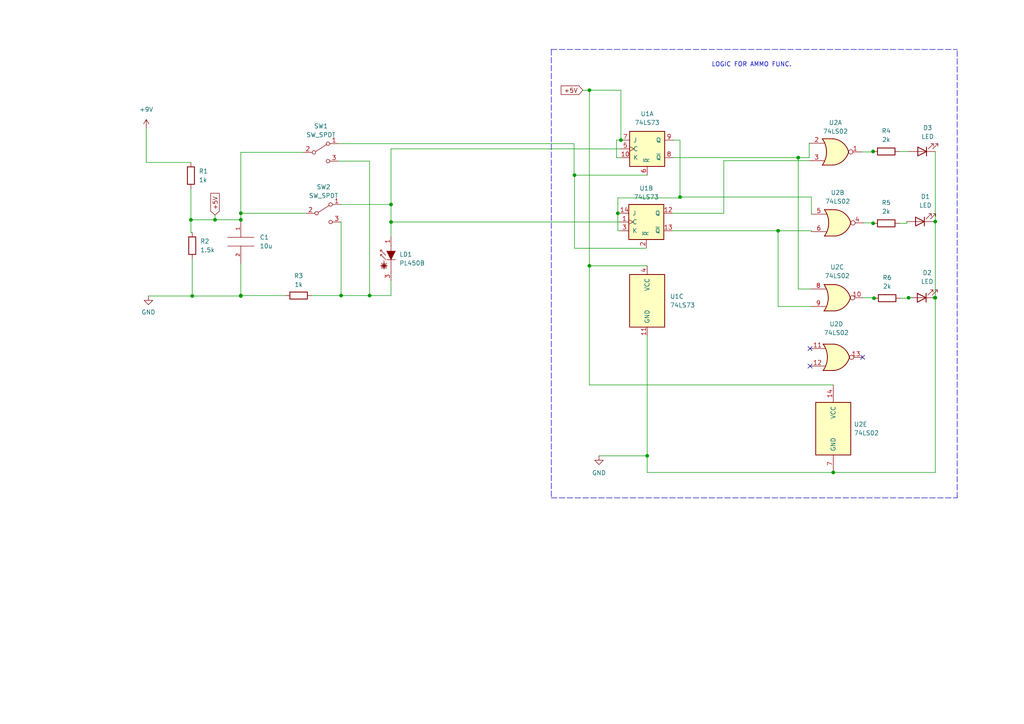
<source format=kicad_sch>
(kicad_sch (version 20211123) (generator eeschema)
  (paper "A4")
  (lib_symbols
    (symbol "74xx:74LS02" (pin_names (offset 1.016))
      (property "Reference" "U" (at 0 1.27 0))
      (property "Value" "74LS02" (at 0 -1.27 0))
      (symbol "74LS02_1_1"
        (arc (start -3.81 -3.81) (mid -2.589 0) (end -3.81 3.81) (stroke (width 0.254)))
        (arc (start -0.6096 -3.81) (mid 2.1842 -2.5851) (end 3.81 0) (stroke (width 0.254)) (fill (type background)))
        (polyline (pts (xy -3.81 -3.81) (xy -0.635 -3.81)) (stroke (width 0.254)) (fill (type background)))
        (polyline (pts (xy -3.81 3.81) (xy -0.635 3.81)) (stroke (width 0.254)) (fill (type background)))
        (polyline (pts (xy -0.635 3.81) (xy -3.81 3.81) (xy -3.81 3.81) (xy -3.556 3.4036) (xy -3.0226 2.2606) (xy -2.6924 1.0414) (xy -2.6162 -0.254) (xy -2.7686 -1.4986) (xy -3.175 -2.7178) (xy -3.81 -3.81) (xy -3.81 -3.81) (xy -0.635 -3.81)) (stroke (width -25.4)) (fill (type background)))
        (arc (start 3.81 0) (mid 2.1915 2.5936) (end -0.6096 3.81) (stroke (width 0.254)) (fill (type background)))
        (pin output inverted (at 7.62 0 180) (length 3.81) (name "~") (number "1"))
        (pin input line (at -7.62 2.54 0) (length 4.318) (name "~") (number "2"))
        (pin input line (at -7.62 -2.54 0) (length 4.318) (name "~") (number "3"))
      )
      (symbol "74LS02_1_2"
        (arc (start 0 -3.81) (mid 3.81 0) (end 0 3.81) (stroke (width 0.254)) (fill (type background)))
        (polyline (pts (xy 0 3.81) (xy -3.81 3.81) (xy -3.81 -3.81) (xy 0 -3.81)) (stroke (width 0.254)) (fill (type background)))
        (pin output line (at 7.62 0 180) (length 3.81) (name "~") (number "1"))
        (pin input inverted (at -7.62 2.54 0) (length 3.81) (name "~") (number "2"))
        (pin input inverted (at -7.62 -2.54 0) (length 3.81) (name "~") (number "3"))
      )
      (symbol "74LS02_2_1"
        (arc (start -3.81 -3.81) (mid -2.589 0) (end -3.81 3.81) (stroke (width 0.254)))
        (arc (start -0.6096 -3.81) (mid 2.1842 -2.5851) (end 3.81 0) (stroke (width 0.254)) (fill (type background)))
        (polyline (pts (xy -3.81 -3.81) (xy -0.635 -3.81)) (stroke (width 0.254)) (fill (type background)))
        (polyline (pts (xy -3.81 3.81) (xy -0.635 3.81)) (stroke (width 0.254)) (fill (type background)))
        (polyline (pts (xy -0.635 3.81) (xy -3.81 3.81) (xy -3.81 3.81) (xy -3.556 3.4036) (xy -3.0226 2.2606) (xy -2.6924 1.0414) (xy -2.6162 -0.254) (xy -2.7686 -1.4986) (xy -3.175 -2.7178) (xy -3.81 -3.81) (xy -3.81 -3.81) (xy -0.635 -3.81)) (stroke (width -25.4)) (fill (type background)))
        (arc (start 3.81 0) (mid 2.1915 2.5936) (end -0.6096 3.81) (stroke (width 0.254)) (fill (type background)))
        (pin output inverted (at 7.62 0 180) (length 3.81) (name "~") (number "4"))
        (pin input line (at -7.62 2.54 0) (length 4.318) (name "~") (number "5"))
        (pin input line (at -7.62 -2.54 0) (length 4.318) (name "~") (number "6"))
      )
      (symbol "74LS02_2_2"
        (arc (start 0 -3.81) (mid 3.81 0) (end 0 3.81) (stroke (width 0.254)) (fill (type background)))
        (polyline (pts (xy 0 3.81) (xy -3.81 3.81) (xy -3.81 -3.81) (xy 0 -3.81)) (stroke (width 0.254)) (fill (type background)))
        (pin output line (at 7.62 0 180) (length 3.81) (name "~") (number "4"))
        (pin input inverted (at -7.62 2.54 0) (length 3.81) (name "~") (number "5"))
        (pin input inverted (at -7.62 -2.54 0) (length 3.81) (name "~") (number "6"))
      )
      (symbol "74LS02_3_1"
        (arc (start -3.81 -3.81) (mid -2.589 0) (end -3.81 3.81) (stroke (width 0.254)))
        (arc (start -0.6096 -3.81) (mid 2.1842 -2.5851) (end 3.81 0) (stroke (width 0.254)) (fill (type background)))
        (polyline (pts (xy -3.81 -3.81) (xy -0.635 -3.81)) (stroke (width 0.254)) (fill (type background)))
        (polyline (pts (xy -3.81 3.81) (xy -0.635 3.81)) (stroke (width 0.254)) (fill (type background)))
        (polyline (pts (xy -0.635 3.81) (xy -3.81 3.81) (xy -3.81 3.81) (xy -3.556 3.4036) (xy -3.0226 2.2606) (xy -2.6924 1.0414) (xy -2.6162 -0.254) (xy -2.7686 -1.4986) (xy -3.175 -2.7178) (xy -3.81 -3.81) (xy -3.81 -3.81) (xy -0.635 -3.81)) (stroke (width -25.4)) (fill (type background)))
        (arc (start 3.81 0) (mid 2.1915 2.5936) (end -0.6096 3.81) (stroke (width 0.254)) (fill (type background)))
        (pin output inverted (at 7.62 0 180) (length 3.81) (name "~") (number "10"))
        (pin input line (at -7.62 2.54 0) (length 4.318) (name "~") (number "8"))
        (pin input line (at -7.62 -2.54 0) (length 4.318) (name "~") (number "9"))
      )
      (symbol "74LS02_3_2"
        (arc (start 0 -3.81) (mid 3.81 0) (end 0 3.81) (stroke (width 0.254)) (fill (type background)))
        (polyline (pts (xy 0 3.81) (xy -3.81 3.81) (xy -3.81 -3.81) (xy 0 -3.81)) (stroke (width 0.254)) (fill (type background)))
        (pin output line (at 7.62 0 180) (length 3.81) (name "~") (number "10"))
        (pin input inverted (at -7.62 2.54 0) (length 3.81) (name "~") (number "8"))
        (pin input inverted (at -7.62 -2.54 0) (length 3.81) (name "~") (number "9"))
      )
      (symbol "74LS02_4_1"
        (arc (start -3.81 -3.81) (mid -2.589 0) (end -3.81 3.81) (stroke (width 0.254)))
        (arc (start -0.6096 -3.81) (mid 2.1842 -2.5851) (end 3.81 0) (stroke (width 0.254)) (fill (type background)))
        (polyline (pts (xy -3.81 -3.81) (xy -0.635 -3.81)) (stroke (width 0.254)) (fill (type background)))
        (polyline (pts (xy -3.81 3.81) (xy -0.635 3.81)) (stroke (width 0.254)) (fill (type background)))
        (polyline (pts (xy -0.635 3.81) (xy -3.81 3.81) (xy -3.81 3.81) (xy -3.556 3.4036) (xy -3.0226 2.2606) (xy -2.6924 1.0414) (xy -2.6162 -0.254) (xy -2.7686 -1.4986) (xy -3.175 -2.7178) (xy -3.81 -3.81) (xy -3.81 -3.81) (xy -0.635 -3.81)) (stroke (width -25.4)) (fill (type background)))
        (arc (start 3.81 0) (mid 2.1915 2.5936) (end -0.6096 3.81) (stroke (width 0.254)) (fill (type background)))
        (pin input line (at -7.62 2.54 0) (length 4.318) (name "~") (number "11"))
        (pin input line (at -7.62 -2.54 0) (length 4.318) (name "~") (number "12"))
        (pin output inverted (at 7.62 0 180) (length 3.81) (name "~") (number "13"))
      )
      (symbol "74LS02_4_2"
        (arc (start 0 -3.81) (mid 3.81 0) (end 0 3.81) (stroke (width 0.254)) (fill (type background)))
        (polyline (pts (xy 0 3.81) (xy -3.81 3.81) (xy -3.81 -3.81) (xy 0 -3.81)) (stroke (width 0.254)) (fill (type background)))
        (pin input inverted (at -7.62 2.54 0) (length 3.81) (name "~") (number "11"))
        (pin input inverted (at -7.62 -2.54 0) (length 3.81) (name "~") (number "12"))
        (pin output line (at 7.62 0 180) (length 3.81) (name "~") (number "13"))
      )
      (symbol "74LS02_5_0"
        (pin power_in line (at 0 12.7 270) (length 5.08) (name "VCC") (number "14"))
        (pin power_in line (at 0 -12.7 90) (length 5.08) (name "GND") (number "7"))
      )
      (symbol "74LS02_5_1"
        (rectangle (start -5.08 7.62) (end 5.08 -7.62) (stroke (width 0.254)) (fill (type background)))
      )
    )
    (symbol "74xx:74LS73" (pin_names (offset 1.016))
      (property "Reference" "U" (at -7.62 8.89 0))
      (property "Value" "74LS73" (at -7.62 -8.89 0))
      (symbol "74LS73_1_0"
        (pin input line (at -7.62 -2.54 0) (length 2.54) (name "K") (number "10"))
        (pin input clock (at -7.62 0 0) (length 2.54) (name "C") (number "5"))
        (pin input line (at 0 -7.62 90) (length 2.54) (name "~{R}") (number "6"))
        (pin input line (at -7.62 2.54 0) (length 2.54) (name "J") (number "7"))
        (pin output line (at 7.62 -2.54 180) (length 2.54) (name "~{Q}") (number "8"))
        (pin output line (at 7.62 2.54 180) (length 2.54) (name "Q") (number "9"))
      )
      (symbol "74LS73_1_1"
        (rectangle (start -5.08 5.08) (end 5.08 -5.08) (stroke (width 0.254)) (fill (type background)))
      )
      (symbol "74LS73_2_0"
        (pin input clock (at -7.62 0 0) (length 2.54) (name "C") (number "1"))
        (pin output line (at 7.62 2.54 180) (length 2.54) (name "Q") (number "12"))
        (pin output line (at 7.62 -2.54 180) (length 2.54) (name "~{Q}") (number "13"))
        (pin input line (at -7.62 2.54 0) (length 2.54) (name "J") (number "14"))
        (pin input line (at 0 -7.62 90) (length 2.54) (name "~{R}") (number "2"))
        (pin input line (at -7.62 -2.54 0) (length 2.54) (name "K") (number "3"))
      )
      (symbol "74LS73_2_1"
        (rectangle (start -5.08 5.08) (end 5.08 -5.08) (stroke (width 0.254)) (fill (type background)))
      )
      (symbol "74LS73_3_0"
        (pin power_in line (at 0 -10.16 90) (length 2.54) (name "GND") (number "11"))
        (pin power_in line (at 0 10.16 270) (length 2.54) (name "VCC") (number "4"))
      )
      (symbol "74LS73_3_1"
        (rectangle (start -5.08 7.62) (end 5.08 -7.62) (stroke (width 0.254)) (fill (type background)))
      )
    )
    (symbol "Device:LED" (pin_numbers hide) (pin_names (offset 1.016) hide)
      (property "Reference" "D" (at 0 2.54 0))
      (property "Value" "LED" (at 0 -2.54 0))
      (symbol "LED_0_1"
        (polyline (pts (xy -1.27 -1.27) (xy -1.27 1.27)) (stroke (width 0.254)))
        (polyline (pts (xy -1.27 0) (xy 1.27 0)))
        (polyline (pts (xy 1.27 -1.27) (xy 1.27 1.27) (xy -1.27 0) (xy 1.27 -1.27)) (stroke (width 0.254)))
        (polyline (pts (xy -3.048 -0.762) (xy -4.572 -2.286) (xy -3.81 -2.286) (xy -4.572 -2.286) (xy -4.572 -1.524)))
        (polyline (pts (xy -1.778 -0.762) (xy -3.302 -2.286) (xy -2.54 -2.286) (xy -3.302 -2.286) (xy -3.302 -1.524)))
      )
      (symbol "LED_1_1"
        (pin passive line (at -3.81 0 0) (length 2.54) (name "K") (number "1"))
        (pin passive line (at 3.81 0 180) (length 2.54) (name "A") (number "2"))
      )
    )
    (symbol "Device:R" (pin_numbers hide) (pin_names (offset 0))
      (property "Reference" "R" (at 2.032 0 90))
      (property "Value" "R" (at 0 0 90))
      (symbol "R_0_1"
        (rectangle (start -1.016 -2.54) (end 1.016 2.54) (stroke (width 0.254)))
      )
      (symbol "R_1_1"
        (pin passive line (at 0 3.81 270) (length 1.27) (name "~") (number "1"))
        (pin passive line (at 0 -3.81 90) (length 1.27) (name "~") (number "2"))
      )
    )
    (symbol "Diode_Laser:PL450B" (pin_names (offset 1.016) hide)
      (property "Reference" "LD" (at -1.27 4.445 0))
      (property "Value" "PL450B" (at -1.27 -2.54 0))
      (symbol "PL450B_0_1"
        (polyline (pts (xy -4.064 1.27) (xy -2.54 2.794)))
        (polyline (pts (xy -4.064 1.778) (xy -2.54 2.286)))
        (polyline (pts (xy -4.064 2.286) (xy -2.54 1.778)))
        (polyline (pts (xy -4.064 2.794) (xy -2.54 1.27)))
        (polyline (pts (xy -3.556 2.794) (xy -3.048 1.27)))
        (polyline (pts (xy -3.302 2.032) (xy -3.302 1.016)))
        (polyline (pts (xy -3.302 2.032) (xy -3.302 3.048)))
        (polyline (pts (xy -3.048 2.794) (xy -3.556 1.27)))
        (polyline (pts (xy -1.778 2.032) (xy -4.318 2.032)))
        (polyline (pts (xy -1.524 1.27) (xy -1.524 -1.27)) (stroke (width 0.1524)))
        (polyline (pts (xy 1.27 3.048) (xy 0.762 3.048)))
        (polyline (pts (xy 2.54 0) (xy -5.08 0)))
        (polyline (pts (xy -0.254 1.524) (xy 1.27 3.048) (xy 1.27 2.54)))
        (polyline (pts (xy 1.016 1.27) (xy -1.524 0) (xy 1.016 -1.27)) (fill (type outline)))
        (polyline (pts (xy -1.524 1.524) (xy 0 3.048) (xy 0 2.54) (xy 0 3.048) (xy -0.508 3.048)))
      )
      (symbol "PL450B_1_1"
        (pin passive line (at 5.08 0 180) (length 2.54) (name "A") (number "1"))
        (pin no_connect line (at -7.62 2.54 0) (length 2.54) hide (name "NC") (number "2"))
        (pin passive line (at -7.62 0 0) (length 2.54) (name "C") (number "3"))
      )
    )
    (symbol "Switch:SW_SPDT" (pin_names (offset 0) hide)
      (property "Reference" "SW" (at 0 4.318 0))
      (property "Value" "SW_SPDT" (at 0 -5.08 0))
      (symbol "SW_SPDT_0_0"
        (circle (center -2.032 0) (radius 0.508))
        (circle (center 2.032 -2.54) (radius 0.508))
      )
      (symbol "SW_SPDT_0_1"
        (polyline (pts (xy -1.524 0.254) (xy 1.651 2.286)))
        (circle (center 2.032 2.54) (radius 0.508))
      )
      (symbol "SW_SPDT_1_1"
        (pin passive line (at 5.08 2.54 180) (length 2.54) (name "A") (number "1"))
        (pin passive line (at -5.08 0 0) (length 2.54) (name "B") (number "2"))
        (pin passive line (at 5.08 -2.54 180) (length 2.54) (name "C") (number "3"))
      )
    )
    (symbol "power:+9V" (power) (pin_names (offset 0))
      (property "Value" "+9V" (at 0 3.556 0))
      (symbol "+9V_0_1"
        (polyline (pts (xy -0.762 1.27) (xy 0 2.54)))
        (polyline (pts (xy 0 0) (xy 0 2.54)))
        (polyline (pts (xy 0 2.54) (xy 0.762 1.27)))
      )
      (symbol "+9V_1_1"
        (pin power_in line (at 0 0 90) (length 0) hide (name "+9V") (number "1"))
      )
    )
    (symbol "power:GND" (power) (pin_names (offset 0))
      (property "Value" "GND" (at 0 -3.81 0))
      (symbol "GND_0_1"
        (polyline (pts (xy 0 0) (xy 0 -1.27) (xy 1.27 -1.27) (xy 0 -2.54) (xy -1.27 -1.27) (xy 0 -1.27)))
      )
      (symbol "GND_1_1"
        (pin power_in line (at 0 0 270) (length 0) hide (name "GND") (number "1"))
      )
    )
    (symbol "pspice:C" (pin_names (offset 0.254))
      (property "Reference" "C" (at 2.54 3.81 90))
      (property "Value" "C" (at 2.54 -3.81 90))
      (symbol "C_0_1"
        (polyline (pts (xy -3.81 -1.27) (xy 3.81 -1.27)))
        (polyline (pts (xy -3.81 1.27) (xy 3.81 1.27)))
      )
      (symbol "C_1_1"
        (pin passive line (at 0 6.35 270) (length 5.08) (name "~") (number "1"))
        (pin passive line (at 0 -6.35 90) (length 5.08) (name "~") (number "2"))
      )
    )
  )
  (junction (at 166.624 50.8))
  (junction (at 69.85 63.754))
  (junction (at 170.942 77.089))
  (junction (at 180.086 40.64))
  (junction (at 225.679 66.929))
  (junction (at 271.272 86.36))
  (junction (at 113.411 64.389))
  (junction (at 253.238 64.77))
  (junction (at 69.85 85.852))
  (junction (at 187.706 132.207))
  (junction (at 271.272 64.262))
  (junction (at 179.197 61.849))
  (junction (at 113.411 59.309))
  (junction (at 55.753 85.852))
  (junction (at 62.357 63.754))
  (junction (at 197.231 57.15))
  (junction (at 241.681 137.033))
  (junction (at 98.933 85.725))
  (junction (at 69.85 61.849))
  (junction (at 69.85 85.725))
  (junction (at 253.238 43.942))
  (junction (at 170.942 26.162))
  (junction (at 107.188 85.725))
  (junction (at 263.525 86.36))
  (junction (at 253.492 86.487))
  (junction (at 55.372 63.754))
  (junction (at 271.145 86.36))
  (junction (at 231.521 45.72))
  (no_connect (at 234.95 101.092))
  (no_connect (at 234.95 106.172))
  (no_connect (at 250.19 103.632))
  (wire (pts (xy 166.497 50.8) (xy 166.624 50.8)))
  (wire (pts (xy 261.112 86.487) (xy 263.525 86.487)))
  (wire (pts (xy 179.197 61.849) (xy 179.197 66.929)))
  (wire (pts (xy 69.85 61.849) (xy 69.85 63.754)))
  (polyline (pts (xy 277.622 144.399) (xy 277.622 14.351)))
  (wire (pts (xy 55.372 63.754) (xy 55.372 67.437)))
  (wire (pts (xy 113.411 64.389) (xy 113.411 68.707)))
  (wire (pts (xy 170.942 111.633) (xy 170.942 77.089)))
  (wire (pts (xy 113.411 59.309) (xy 113.411 64.389)))
  (wire (pts (xy 250.571 64.643) (xy 253.238 64.643)))
  (wire (pts (xy 225.679 66.929) (xy 235.331 66.929)))
  (wire (pts (xy 113.411 81.407) (xy 113.411 85.725)))
  (wire (pts (xy 55.753 85.852) (xy 69.85 85.852)))
  (wire (pts (xy 187.706 97.409) (xy 187.706 132.207)))
  (wire (pts (xy 180.086 26.162) (xy 180.086 40.64)))
  (wire (pts (xy 179.197 61.849) (xy 179.832 61.849)))
  (wire (pts (xy 197.231 57.15) (xy 197.231 57.404)))
  (wire (pts (xy 170.942 26.162) (xy 180.086 26.162)))
  (wire (pts (xy 197.231 57.15) (xy 235.331 57.15)))
  (wire (pts (xy 231.521 45.72) (xy 234.696 45.72)))
  (wire (pts (xy 69.85 63.754) (xy 69.85 63.881)))
  (wire (pts (xy 271.272 137.033) (xy 271.272 86.36)))
  (wire (pts (xy 241.681 137.033) (xy 187.706 137.033)))
  (wire (pts (xy 253.238 64.643) (xy 253.238 64.77)))
  (wire (pts (xy 170.942 77.089) (xy 170.942 26.162)))
  (wire (pts (xy 178.816 45.72) (xy 178.816 40.64)))
  (wire (pts (xy 69.85 85.725) (xy 69.85 85.852)))
  (wire (pts (xy 195.072 61.849) (xy 209.931 61.849)))
  (wire (pts (xy 187.706 77.089) (xy 170.942 77.089)))
  (wire (pts (xy 62.357 63.754) (xy 55.372 63.754)))
  (wire (pts (xy 231.521 83.82) (xy 235.204 83.82)))
  (polyline (pts (xy 159.893 14.351) (xy 277.622 14.351)))
  (wire (pts (xy 253.492 86.36) (xy 253.492 86.487)))
  (wire (pts (xy 166.624 50.8) (xy 187.706 50.8)))
  (wire (pts (xy 225.679 66.929) (xy 225.679 88.9)))
  (wire (pts (xy 235.331 66.929) (xy 235.331 67.183)))
  (wire (pts (xy 169.037 26.162) (xy 170.942 26.162)))
  (wire (pts (xy 231.521 45.72) (xy 231.521 83.82)))
  (wire (pts (xy 107.188 46.736) (xy 107.188 85.725)))
  (polyline (pts (xy 159.893 144.399) (xy 277.622 144.399)))
  (wire (pts (xy 179.197 57.404) (xy 179.197 61.849)))
  (wire (pts (xy 180.086 43.18) (xy 113.411 43.18)))
  (wire (pts (xy 98.171 41.656) (xy 166.497 41.656)))
  (wire (pts (xy 250.444 86.36) (xy 253.492 86.36)))
  (wire (pts (xy 178.816 40.64) (xy 180.086 40.64)))
  (wire (pts (xy 55.372 54.737) (xy 55.372 63.754)))
  (wire (pts (xy 166.624 72.009) (xy 187.452 72.009)))
  (wire (pts (xy 113.411 43.18) (xy 113.411 59.309)))
  (wire (pts (xy 98.933 85.725) (xy 107.188 85.725)))
  (wire (pts (xy 195.072 66.929) (xy 225.679 66.929)))
  (wire (pts (xy 249.936 44.069) (xy 253.238 44.069)))
  (wire (pts (xy 234.696 45.72) (xy 234.696 41.529)))
  (wire (pts (xy 195.326 45.72) (xy 231.521 45.72)))
  (wire (pts (xy 209.931 46.609) (xy 234.696 46.609)))
  (wire (pts (xy 263.525 86.487) (xy 263.525 86.36)))
  (wire (pts (xy 260.858 43.942) (xy 263.652 43.942)))
  (wire (pts (xy 197.231 57.404) (xy 179.197 57.404)))
  (wire (pts (xy 166.624 50.8) (xy 166.624 72.009)))
  (wire (pts (xy 90.424 85.725) (xy 98.933 85.725)))
  (wire (pts (xy 107.188 85.725) (xy 113.411 85.725)))
  (wire (pts (xy 42.418 37.211) (xy 42.418 47.117)))
  (wire (pts (xy 179.197 66.929) (xy 179.832 66.929)))
  (wire (pts (xy 225.679 88.9) (xy 235.204 88.9)))
  (wire (pts (xy 241.681 137.033) (xy 271.272 137.033)))
  (wire (pts (xy 271.272 64.262) (xy 271.272 86.36)))
  (wire (pts (xy 55.372 67.437) (xy 55.753 67.437)))
  (wire (pts (xy 209.931 61.849) (xy 209.931 46.609)))
  (wire (pts (xy 43.053 85.852) (xy 55.753 85.852)))
  (wire (pts (xy 271.272 43.942) (xy 271.272 64.262)))
  (wire (pts (xy 166.497 41.656) (xy 166.497 50.8)))
  (wire (pts (xy 235.331 57.15) (xy 235.331 62.103)))
  (wire (pts (xy 98.171 46.736) (xy 107.188 46.736)))
  (wire (pts (xy 253.238 44.069) (xy 253.238 43.942)))
  (wire (pts (xy 98.933 59.309) (xy 113.411 59.309)))
  (wire (pts (xy 69.85 76.454) (xy 69.85 85.725)))
  (wire (pts (xy 260.858 64.77) (xy 263.017 64.77)))
  (wire (pts (xy 98.933 85.725) (xy 98.933 64.389)))
  (wire (pts (xy 69.85 44.196) (xy 88.011 44.196)))
  (wire (pts (xy 271.272 86.36) (xy 271.145 86.36)))
  (wire (pts (xy 197.231 40.64) (xy 197.231 57.15)))
  (wire (pts (xy 179.832 64.389) (xy 113.411 64.389)))
  (wire (pts (xy 42.418 47.117) (xy 55.372 47.117)))
  (wire (pts (xy 271.272 64.262) (xy 270.637 64.262)))
  (wire (pts (xy 88.773 61.849) (xy 69.85 61.849)))
  (wire (pts (xy 69.85 44.196) (xy 69.85 61.849)))
  (wire (pts (xy 241.681 111.633) (xy 170.942 111.633)))
  (wire (pts (xy 187.706 132.207) (xy 187.706 137.033)))
  (wire (pts (xy 187.706 132.207) (xy 173.736 132.207)))
  (wire (pts (xy 55.753 85.852) (xy 55.753 75.057)))
  (polyline (pts (xy 159.893 14.351) (xy 159.893 144.399)))
  (wire (pts (xy 195.326 40.64) (xy 197.231 40.64)))
  (wire (pts (xy 180.086 45.72) (xy 178.816 45.72)))
  (wire (pts (xy 69.85 63.754) (xy 62.357 63.754)))
  (wire (pts (xy 263.017 64.77) (xy 263.017 64.262)))
  (wire (pts (xy 62.357 62.357) (xy 62.357 63.754)))
  (wire (pts (xy 82.804 85.725) (xy 69.85 85.725)))
  (text "LOGIC FOR AMMO FUNC.\n" (at 206.375 19.558 0) (effects (font (size 1.27 1.27)) (justify left bottom)))
  (global_label "+5V" (shape input) (at 169.037 26.162 180) (property "Intersheet References" "${INTERSHEET_REFS}" (effects hide)))
  (global_label "+5V" (shape input) (at 62.357 62.357 90) (property "Intersheet References" "${INTERSHEET_REFS}" (effects hide)))
  (symbol (lib_id "power:GND") (at 173.736 132.207 0) (unit 1)
    (property "Reference" "#PWR03" (effects hide))
    (property "Value" "GND" (at 173.736 137.16 0))
  )
  (symbol (lib_id "74xx:74LS73") (at 187.706 43.18 0) (unit 1)
    (property "Reference" "U1" (at 187.706 33.02 0))
    (property "Value" "74LS73" (at 187.706 35.56 0))
    (property "Footprint" "Package_DIP:DIP-14_W7.62mm" (effects hide))
    (property "Datasheet" "http://www.ti.com/lit/gpn/sn74LS73" (effects hide))
  )
  (symbol (lib_id "74xx:74LS02") (at 242.951 64.643 0) (unit 2)
    (property "Reference" "U2" (at 242.951 55.88 0))
    (property "Value" "74LS02" (at 242.951 58.42 0))
    (property "Footprint" "Package_DIP:DIP-14_W7.62mm" (effects hide))
    (property "Datasheet" "http://www.ti.com/lit/gpn/sn74ls02" (effects hide))
  )
  (symbol (lib_id "Device:LED") (at 267.462 43.942 180) (unit 1)
    (property "Reference" "D3" (at 269.0495 37.084 0))
    (property "Value" "LED" (at 269.0495 39.624 0))
    (property "Footprint" "LED_THT:LED_D3.0mm" (effects hide))
  )
  (symbol (lib_id "74xx:74LS02") (at 242.57 103.632 0) (unit 4)
    (property "Reference" "U2" (at 242.57 93.98 0))
    (property "Value" "74LS02" (at 242.57 96.52 0))
    (property "Footprint" "Package_DIP:DIP-14_W7.62mm" (effects hide))
    (property "Datasheet" "http://www.ti.com/lit/gpn/sn74ls02" (effects hide))
  )
  (symbol (lib_id "Device:R") (at 55.753 71.247 0) (unit 1)
    (property "Reference" "R2" (at 58.039 69.9769 0) (effects (justify left)))
    (property "Value" "1.5k" (at 58.039 72.5169 0) (effects (justify left)))
    (property "Footprint" "Resistor_THT:R_Axial_DIN0204_L3.6mm_D1.6mm_P7.62mm_Horizontal" (effects hide))
  )
  (symbol (lib_id "74xx:74LS02") (at 241.681 124.333 0) (unit 5)
    (property "Reference" "U2" (at 247.65 123.0629 0) (effects (justify left)))
    (property "Value" "74LS02" (at 247.65 125.6029 0) (effects (justify left)))
    (property "Footprint" "Package_DIP:DIP-14_W7.62mm" (effects hide))
    (property "Datasheet" "http://www.ti.com/lit/gpn/sn74ls02" (effects hide))
  )
  (symbol (lib_id "74xx:74LS73") (at 187.452 64.389 0) (unit 2)
    (property "Reference" "U1" (at 187.452 54.61 0))
    (property "Value" "74LS73" (at 187.452 57.15 0))
    (property "Footprint" "Package_DIP:DIP-14_W7.62mm" (effects hide))
    (property "Datasheet" "http://www.ti.com/lit/gpn/sn74LS73" (effects hide))
  )
  (symbol (lib_id "Device:R") (at 86.614 85.725 90) (unit 1)
    (property "Reference" "R3" (at 86.614 80.01 90))
    (property "Value" "1k" (at 86.614 82.55 90))
    (property "Footprint" "Resistor_THT:R_Axial_DIN0204_L3.6mm_D1.6mm_P7.62mm_Horizontal" (effects hide))
  )
  (symbol (lib_id "Device:R") (at 257.302 86.487 90) (unit 1)
    (property "Reference" "R6" (at 257.302 80.518 90))
    (property "Value" "2k" (at 257.302 83.058 90))
    (property "Footprint" "Resistor_THT:R_Axial_DIN0204_L3.6mm_D1.6mm_P7.62mm_Horizontal" (effects hide))
  )
  (symbol (lib_id "Device:LED") (at 266.827 64.262 180) (unit 1)
    (property "Reference" "D1" (at 268.4145 57.023 0))
    (property "Value" "LED" (at 268.4145 59.563 0))
    (property "Footprint" "LED_THT:LED_D3.0mm" (effects hide))
  )
  (symbol (lib_id "power:GND") (at 43.053 85.852 0) (unit 1)
    (property "Reference" "#PWR02" (effects hide))
    (property "Value" "GND" (at 43.053 90.551 0))
  )
  (symbol (lib_id "Device:LED") (at 267.335 86.36 180) (unit 1)
    (property "Reference" "D2" (at 268.9225 79.121 0))
    (property "Value" "LED" (at 268.9225 81.661 0))
    (property "Footprint" "LED_THT:LED_D3.0mm" (effects hide))
  )
  (symbol (lib_id "Device:R") (at 257.048 64.77 90) (unit 1)
    (property "Reference" "R5" (at 257.048 58.801 90))
    (property "Value" "2k" (at 257.048 61.341 90))
    (property "Footprint" "Resistor_THT:R_Axial_DIN0204_L3.6mm_D1.6mm_P7.62mm_Horizontal" (effects hide))
  )
  (symbol (lib_id "74xx:74LS73") (at 187.706 87.249 0) (unit 3)
    (property "Reference" "U1" (at 194.31 85.9789 0) (effects (justify left)))
    (property "Value" "74LS73" (at 194.31 88.5189 0) (effects (justify left)))
    (property "Footprint" "Package_DIP:DIP-14_W7.62mm" (effects hide))
    (property "Datasheet" "http://www.ti.com/lit/gpn/sn74LS73" (effects hide))
  )
  (symbol (lib_id "pspice:C") (at 69.85 70.104 0) (unit 1)
    (property "Reference" "C1" (at 75.311 68.8339 0) (effects (justify left)))
    (property "Value" "10u" (at 75.311 71.3739 0) (effects (justify left)))
    (property "Footprint" "Capacitor_THT:CP_Radial_D4.0mm_P1.50mm" (effects hide))
  )
  (symbol (lib_id "Device:R") (at 55.372 50.927 0) (unit 1)
    (property "Reference" "R1" (at 57.658 49.6569 0) (effects (justify left)))
    (property "Value" "1k" (at 57.658 52.1969 0) (effects (justify left)))
    (property "Footprint" "Resistor_THT:R_Axial_DIN0204_L3.6mm_D1.6mm_P7.62mm_Horizontal" (effects hide))
  )
  (symbol (lib_id "74xx:74LS02") (at 242.824 86.36 0) (unit 3)
    (property "Reference" "U2" (at 242.824 77.47 0))
    (property "Value" "74LS02" (at 242.824 80.01 0))
    (property "Footprint" "Package_DIP:DIP-14_W7.62mm" (effects hide))
    (property "Datasheet" "http://www.ti.com/lit/gpn/sn74ls02" (effects hide))
  )
  (symbol (lib_id "power:+9V") (at 42.418 37.211 0) (unit 1)
    (property "Reference" "#PWR01" (effects hide))
    (property "Value" "+9V" (at 42.418 31.75 0))
  )
  (symbol (lib_id "Diode_Laser:PL450B") (at 113.411 73.787 90) (unit 1)
    (property "Reference" "LD1" (at 115.824 73.7869 90) (effects (justify right)))
    (property "Value" "PL450B" (at 115.824 76.3269 90) (effects (justify right)))
    (property "Footprint" "OptoDevice:LaserDiode_TO38ICut-3" (effects hide))
    (property "Datasheet" "http://www.osram-os.com/Graphics/XPic5/00193831_0.pdf/PL%20450B.pdf" (effects hide))
  )
  (symbol (lib_id "Switch:SW_SPDT") (at 93.091 44.196 0) (unit 1)
    (property "Reference" "SW1" (at 93.091 36.576 0))
    (property "Value" "SW_SPDT" (at 93.091 39.116 0))
    (property "Footprint" "Connector_PinHeader_1.27mm:PinHeader_1x03_P1.27mm_Vertical" (effects hide))
  )
  (symbol (lib_id "Switch:SW_SPDT") (at 93.853 61.849 0) (unit 1)
    (property "Reference" "SW2" (at 93.853 54.229 0))
    (property "Value" "SW_SPDT" (at 93.853 56.769 0))
    (property "Footprint" "Connector_PinHeader_1.27mm:PinHeader_1x03_P1.27mm_Vertical" (effects hide))
  )
  (symbol (lib_id "Device:R") (at 257.048 43.942 90) (unit 1)
    (property "Reference" "R4" (at 257.048 37.973 90))
    (property "Value" "2k" (at 257.048 40.513 90))
    (property "Footprint" "Resistor_THT:R_Axial_DIN0204_L3.6mm_D1.6mm_P7.62mm_Horizontal" (effects hide))
  )
  (symbol (lib_id "74xx:74LS02") (at 242.316 44.069 0) (unit 1)
    (property "Reference" "U2" (at 242.316 35.56 0))
    (property "Value" "74LS02" (at 242.316 38.1 0))
    (property "Footprint" "Package_DIP:DIP-14_W7.62mm" (effects hide))
    (property "Datasheet" "http://www.ti.com/lit/gpn/sn74ls02" (effects hide))
  )
)
</source>
